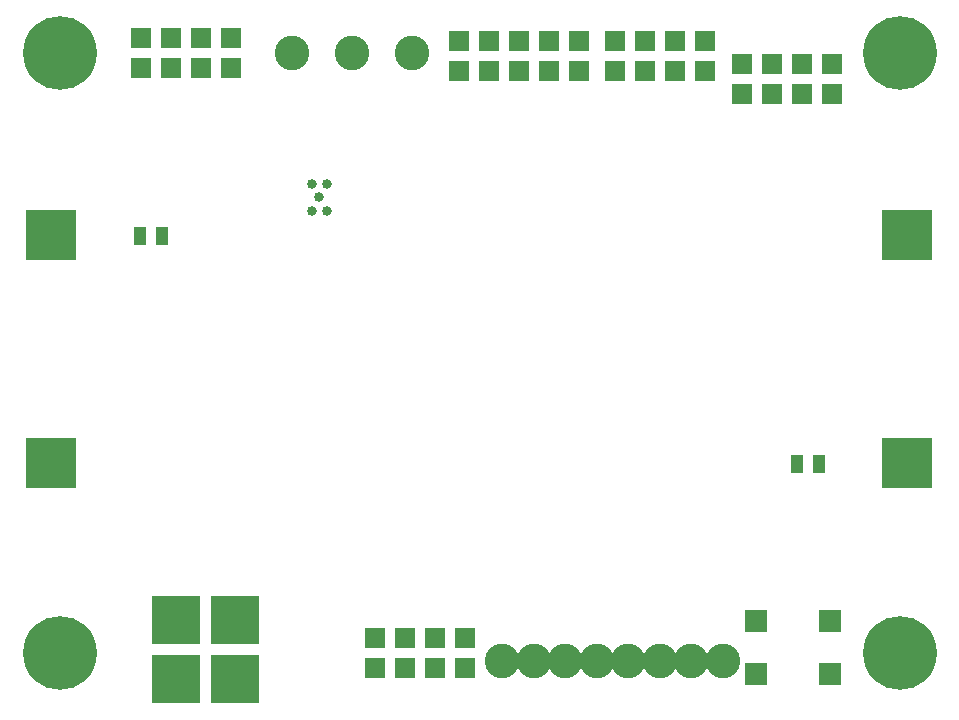
<source format=gbr>
G04 #@! TF.FileFunction,Soldermask,Top*
%FSLAX46Y46*%
G04 Gerber Fmt 4.6, Leading zero omitted, Abs format (unit mm)*
G04 Created by KiCad (PCBNEW 4.0.1-stable) date 18. 2. 2016 10:32:21*
%MOMM*%
G01*
G04 APERTURE LIST*
%ADD10C,0.300000*%
%ADD11R,4.240000X4.240000*%
%ADD12R,1.764000X1.764000*%
%ADD13R,4.050000X4.050000*%
%ADD14C,6.240000*%
%ADD15R,1.129000X1.637000*%
%ADD16R,1.916400X1.916400*%
%ADD17C,0.840000*%
%ADD18C,2.940000*%
G04 APERTURE END LIST*
D10*
D11*
X4326500Y40511000D03*
X76826500Y40511000D03*
X4326500Y21211000D03*
X76826500Y21211000D03*
D12*
X19558000Y57150000D03*
X19558000Y54610000D03*
X17018000Y57150000D03*
X17018000Y54610000D03*
X14478000Y57150000D03*
X14478000Y54610000D03*
X11938000Y57150000D03*
X11938000Y54610000D03*
X49022000Y54356000D03*
X49022000Y56896000D03*
X38862000Y56896000D03*
X38862000Y54356000D03*
X43942000Y56896000D03*
X43942000Y54356000D03*
X46482000Y54356000D03*
X46482000Y56896000D03*
X41402000Y54356000D03*
X41402000Y56896000D03*
X31750000Y3810000D03*
X31750000Y6350000D03*
X34290000Y3810000D03*
X34290000Y6350000D03*
X36830000Y3810000D03*
X36830000Y6350000D03*
X39370000Y3810000D03*
X39370000Y6350000D03*
D13*
X14939000Y7874000D03*
X19939000Y7874000D03*
X14939000Y2921000D03*
X19939000Y2921000D03*
D12*
X62865000Y52451000D03*
X62865000Y54991000D03*
X65405000Y52451000D03*
X65405000Y54991000D03*
X67945000Y52451000D03*
X67945000Y54991000D03*
X59690000Y56896000D03*
X59690000Y54356000D03*
X57150000Y56896000D03*
X57150000Y54356000D03*
X54610000Y56896000D03*
X54610000Y54356000D03*
X52070000Y56896000D03*
X52070000Y54356000D03*
D14*
X76200000Y5080000D03*
X5080000Y55880000D03*
X5080000Y5080000D03*
X76200000Y55880000D03*
D15*
X11874500Y40386000D03*
X13779500Y40386000D03*
X69405500Y21082000D03*
X67500500Y21082000D03*
D16*
X70333000Y7838000D03*
X70333000Y3338000D03*
X64033000Y7838000D03*
X64033000Y3338000D03*
D12*
X70485000Y52451000D03*
X70485000Y54991000D03*
D17*
X27686000Y42545000D03*
X27686000Y44831000D03*
X26416000Y44831000D03*
X26416000Y42545000D03*
X27051000Y43688000D03*
D18*
X42545000Y4445000D03*
X45212000Y4445000D03*
X47879000Y4445000D03*
X50546000Y4445000D03*
X53213000Y4445000D03*
X55880000Y4445000D03*
X58547000Y4445000D03*
X61214000Y4445000D03*
X24765000Y55880000D03*
X29845000Y55880000D03*
X34925000Y55880000D03*
M02*

</source>
